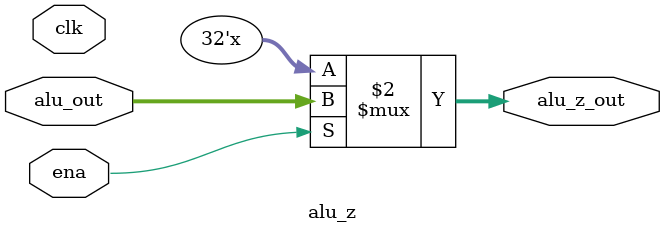
<source format=v>
`timescale 1ns / 1ps


module alu_z(
    input clk,
    input ena,
    input [31:0]alu_out,
    output reg [31:0]alu_z_out
    );
    always@(*)
        begin
        if(ena)
            alu_z_out<=alu_out;
        end
endmodule

</source>
